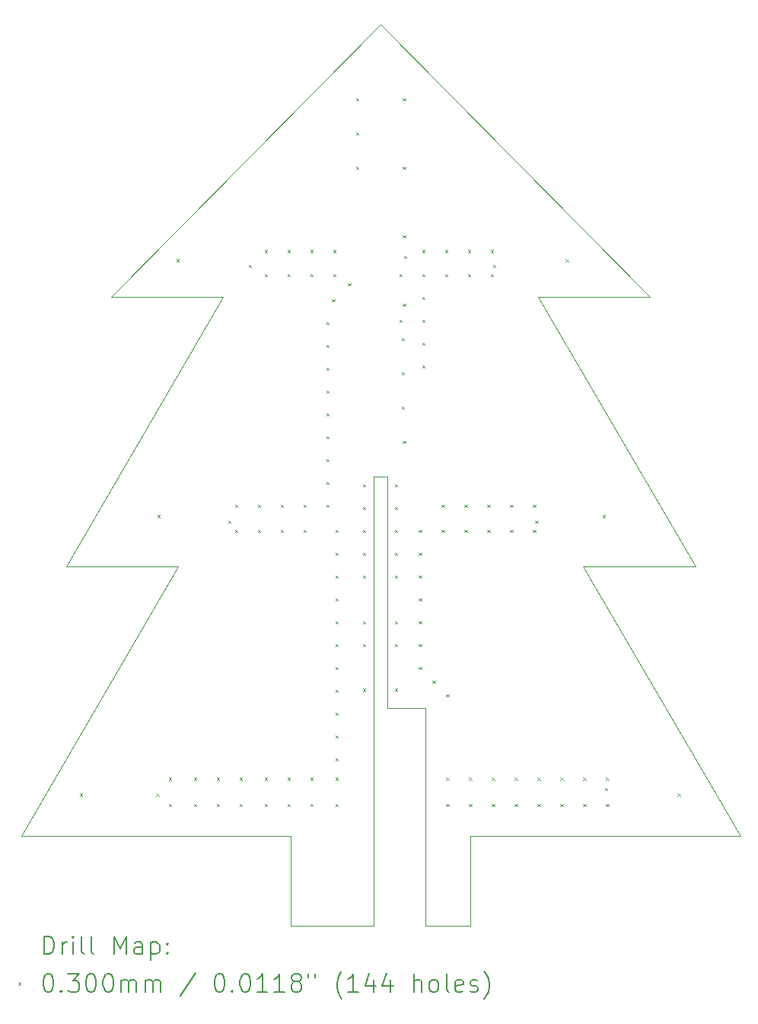
<source format=gbr>
%TF.GenerationSoftware,KiCad,Pcbnew,(6.0.9)*%
%TF.CreationDate,2022-12-09T22:08:28+01:00*%
%TF.ProjectId,PartoDos,50617274-6f44-46f7-932e-6b696361645f,rev?*%
%TF.SameCoordinates,Original*%
%TF.FileFunction,Drillmap*%
%TF.FilePolarity,Positive*%
%FSLAX45Y45*%
G04 Gerber Fmt 4.5, Leading zero omitted, Abs format (unit mm)*
G04 Created by KiCad (PCBNEW (6.0.9)) date 2022-12-09 22:08:28*
%MOMM*%
%LPD*%
G01*
G04 APERTURE LIST*
%ADD10C,0.038100*%
%ADD11C,0.200000*%
%ADD12C,0.030000*%
G04 APERTURE END LIST*
D10*
X13975000Y-15300000D02*
X13975000Y-10300000D01*
X13050000Y-14300000D02*
X10050000Y-14300000D01*
X10050000Y-14300000D02*
X11800000Y-11300000D01*
X13050000Y-15300000D02*
X13050000Y-14300000D01*
X14050000Y-5275000D02*
X17050000Y-8300000D01*
X11050000Y-8300000D02*
X12300000Y-8300000D01*
X11800000Y-11300000D02*
X10550000Y-11300000D01*
X11050000Y-8300000D02*
X14050000Y-5275000D01*
X13975000Y-15300000D02*
X13050000Y-15300000D01*
X14125000Y-12875000D02*
X14550000Y-12875000D01*
X14125000Y-10300000D02*
X14125000Y-12875000D01*
X18050000Y-14300000D02*
X15050000Y-14300000D01*
X14550000Y-15300000D02*
X15050000Y-15300000D01*
X13975000Y-10300000D02*
X14125000Y-10300000D01*
X15800000Y-8300000D02*
X17550000Y-11300000D01*
X15800000Y-8300000D02*
X17050000Y-8300000D01*
X14550000Y-12875000D02*
X14550000Y-15300000D01*
X17550000Y-11300000D02*
X16300000Y-11300000D01*
X10550000Y-11300000D02*
X12300000Y-8300000D01*
X16300000Y-11300000D02*
X18050000Y-14300000D01*
X15050000Y-14300000D02*
X15050000Y-15300000D01*
D11*
D12*
X10703800Y-13828000D02*
X10733800Y-13858000D01*
X10733800Y-13828000D02*
X10703800Y-13858000D01*
X10703800Y-13828000D02*
X10733800Y-13858000D01*
X10733800Y-13828000D02*
X10703800Y-13858000D01*
X11554700Y-13828000D02*
X11584700Y-13858000D01*
X11584700Y-13828000D02*
X11554700Y-13858000D01*
X11567400Y-10729200D02*
X11597400Y-10759200D01*
X11597400Y-10729200D02*
X11567400Y-10759200D01*
X11694400Y-13650200D02*
X11724400Y-13680200D01*
X11724400Y-13650200D02*
X11694400Y-13680200D01*
X11694400Y-13942300D02*
X11724400Y-13972300D01*
X11724400Y-13942300D02*
X11694400Y-13972300D01*
X11776900Y-7884400D02*
X11806900Y-7914400D01*
X11806900Y-7884400D02*
X11776900Y-7914400D01*
X11973800Y-13650200D02*
X12003800Y-13680200D01*
X12003800Y-13650200D02*
X11973800Y-13680200D01*
X11973800Y-13942300D02*
X12003800Y-13972300D01*
X12003800Y-13942300D02*
X11973800Y-13972300D01*
X12227800Y-13650200D02*
X12257800Y-13680200D01*
X12257800Y-13650200D02*
X12227800Y-13680200D01*
X12227800Y-13942300D02*
X12257800Y-13972300D01*
X12257800Y-13942300D02*
X12227800Y-13972300D01*
X12354800Y-10792700D02*
X12384800Y-10822700D01*
X12384800Y-10792700D02*
X12354800Y-10822700D01*
X12431000Y-10614900D02*
X12461000Y-10644900D01*
X12461000Y-10614900D02*
X12431000Y-10644900D01*
X12431000Y-10894300D02*
X12461000Y-10924300D01*
X12461000Y-10894300D02*
X12431000Y-10924300D01*
X12481800Y-13650200D02*
X12511800Y-13680200D01*
X12511800Y-13650200D02*
X12481800Y-13680200D01*
X12481800Y-13942300D02*
X12511800Y-13972300D01*
X12511800Y-13942300D02*
X12481800Y-13972300D01*
X12583400Y-7947900D02*
X12613400Y-7977900D01*
X12613400Y-7947900D02*
X12583400Y-7977900D01*
X12685000Y-10614900D02*
X12715000Y-10644900D01*
X12715000Y-10614900D02*
X12685000Y-10644900D01*
X12685000Y-10894300D02*
X12715000Y-10924300D01*
X12715000Y-10894300D02*
X12685000Y-10924300D01*
X12761200Y-7782800D02*
X12791200Y-7812800D01*
X12791200Y-7782800D02*
X12761200Y-7812800D01*
X12761200Y-8049500D02*
X12791200Y-8079500D01*
X12791200Y-8049500D02*
X12761200Y-8079500D01*
X12761200Y-13650200D02*
X12791200Y-13680200D01*
X12791200Y-13650200D02*
X12761200Y-13680200D01*
X12761200Y-13942300D02*
X12791200Y-13972300D01*
X12791200Y-13942300D02*
X12761200Y-13972300D01*
X12939000Y-10614900D02*
X12969000Y-10644900D01*
X12969000Y-10614900D02*
X12939000Y-10644900D01*
X12939000Y-10894300D02*
X12969000Y-10924300D01*
X12969000Y-10894300D02*
X12939000Y-10924300D01*
X13015200Y-7782800D02*
X13045200Y-7812800D01*
X13045200Y-7782800D02*
X13015200Y-7812800D01*
X13015200Y-8049500D02*
X13045200Y-8079500D01*
X13045200Y-8049500D02*
X13015200Y-8079500D01*
X13015200Y-13650200D02*
X13045200Y-13680200D01*
X13045200Y-13650200D02*
X13015200Y-13680200D01*
X13015200Y-13942300D02*
X13045200Y-13972300D01*
X13045200Y-13942300D02*
X13015200Y-13972300D01*
X13193000Y-10614900D02*
X13223000Y-10644900D01*
X13223000Y-10614900D02*
X13193000Y-10644900D01*
X13193000Y-10894300D02*
X13223000Y-10924300D01*
X13223000Y-10894300D02*
X13193000Y-10924300D01*
X13269200Y-7782800D02*
X13299200Y-7812800D01*
X13299200Y-7782800D02*
X13269200Y-7812800D01*
X13269200Y-8049500D02*
X13299200Y-8079500D01*
X13299200Y-8049500D02*
X13269200Y-8079500D01*
X13269200Y-13650200D02*
X13299200Y-13680200D01*
X13299200Y-13650200D02*
X13269200Y-13680200D01*
X13269200Y-13942300D02*
X13299200Y-13972300D01*
X13299200Y-13942300D02*
X13269200Y-13972300D01*
X13447000Y-8582900D02*
X13477000Y-8612900D01*
X13477000Y-8582900D02*
X13447000Y-8612900D01*
X13447000Y-8836900D02*
X13477000Y-8866900D01*
X13477000Y-8836900D02*
X13447000Y-8866900D01*
X13447000Y-9090900D02*
X13477000Y-9120900D01*
X13477000Y-9090900D02*
X13447000Y-9120900D01*
X13447000Y-9344900D02*
X13477000Y-9374900D01*
X13477000Y-9344900D02*
X13447000Y-9374900D01*
X13447000Y-9598900D02*
X13477000Y-9628900D01*
X13477000Y-9598900D02*
X13447000Y-9628900D01*
X13447000Y-9852900D02*
X13477000Y-9882900D01*
X13477000Y-9852900D02*
X13447000Y-9882900D01*
X13447000Y-10106900D02*
X13477000Y-10136900D01*
X13477000Y-10106900D02*
X13447000Y-10136900D01*
X13447000Y-10360900D02*
X13477000Y-10390900D01*
X13477000Y-10360900D02*
X13447000Y-10390900D01*
X13447000Y-10614900D02*
X13477000Y-10644900D01*
X13477000Y-10614900D02*
X13447000Y-10644900D01*
X13510500Y-8328900D02*
X13540500Y-8358900D01*
X13540500Y-8328900D02*
X13510500Y-8358900D01*
X13523200Y-7782800D02*
X13553200Y-7812800D01*
X13553200Y-7782800D02*
X13523200Y-7812800D01*
X13523200Y-8049500D02*
X13553200Y-8079500D01*
X13553200Y-8049500D02*
X13523200Y-8079500D01*
X13548600Y-10894300D02*
X13578600Y-10924300D01*
X13578600Y-10894300D02*
X13548600Y-10924300D01*
X13548600Y-11148300D02*
X13578600Y-11178300D01*
X13578600Y-11148300D02*
X13548600Y-11178300D01*
X13548600Y-11402300D02*
X13578600Y-11432300D01*
X13578600Y-11402300D02*
X13548600Y-11432300D01*
X13548600Y-11656300D02*
X13578600Y-11686300D01*
X13578600Y-11656300D02*
X13548600Y-11686300D01*
X13548600Y-11910300D02*
X13578600Y-11940300D01*
X13578600Y-11910300D02*
X13548600Y-11940300D01*
X13548600Y-12164300D02*
X13578600Y-12194300D01*
X13578600Y-12164300D02*
X13548600Y-12194300D01*
X13548600Y-12418300D02*
X13578600Y-12448300D01*
X13578600Y-12418300D02*
X13548600Y-12448300D01*
X13548600Y-12672300D02*
X13578600Y-12702300D01*
X13578600Y-12672300D02*
X13548600Y-12702300D01*
X13548600Y-12926300D02*
X13578600Y-12956300D01*
X13578600Y-12926300D02*
X13548600Y-12956300D01*
X13548600Y-13180300D02*
X13578600Y-13210300D01*
X13578600Y-13180300D02*
X13548600Y-13210300D01*
X13548600Y-13434300D02*
X13578600Y-13464300D01*
X13578600Y-13434300D02*
X13548600Y-13464300D01*
X13548600Y-13650200D02*
X13578600Y-13680200D01*
X13578600Y-13650200D02*
X13548600Y-13680200D01*
X13548600Y-13942300D02*
X13578600Y-13972300D01*
X13578600Y-13942300D02*
X13548600Y-13972300D01*
X13688300Y-8151100D02*
X13718300Y-8181100D01*
X13718300Y-8151100D02*
X13688300Y-8181100D01*
X13777200Y-6093700D02*
X13807200Y-6123700D01*
X13807200Y-6093700D02*
X13777200Y-6123700D01*
X13777200Y-6474700D02*
X13807200Y-6504700D01*
X13807200Y-6474700D02*
X13777200Y-6504700D01*
X13777200Y-6855700D02*
X13807200Y-6885700D01*
X13807200Y-6855700D02*
X13777200Y-6885700D01*
X13853400Y-10386300D02*
X13883400Y-10416300D01*
X13883400Y-10386300D02*
X13853400Y-10416300D01*
X13853400Y-10640300D02*
X13883400Y-10670300D01*
X13883400Y-10640300D02*
X13853400Y-10670300D01*
X13853400Y-10894300D02*
X13883400Y-10924300D01*
X13883400Y-10894300D02*
X13853400Y-10924300D01*
X13853400Y-11148300D02*
X13883400Y-11178300D01*
X13883400Y-11148300D02*
X13853400Y-11178300D01*
X13853400Y-11402300D02*
X13883400Y-11432300D01*
X13883400Y-11402300D02*
X13853400Y-11432300D01*
X13853400Y-11910300D02*
X13883400Y-11940300D01*
X13883400Y-11910300D02*
X13853400Y-11940300D01*
X13853400Y-12164300D02*
X13883400Y-12194300D01*
X13883400Y-12164300D02*
X13853400Y-12194300D01*
X13853400Y-12659600D02*
X13883400Y-12689600D01*
X13883400Y-12659600D02*
X13853400Y-12689600D01*
X14209000Y-10386300D02*
X14239000Y-10416300D01*
X14239000Y-10386300D02*
X14209000Y-10416300D01*
X14209000Y-10640300D02*
X14239000Y-10670300D01*
X14239000Y-10640300D02*
X14209000Y-10670300D01*
X14209000Y-10894300D02*
X14239000Y-10924300D01*
X14239000Y-10894300D02*
X14209000Y-10924300D01*
X14209000Y-11148300D02*
X14239000Y-11178300D01*
X14239000Y-11148300D02*
X14209000Y-11178300D01*
X14209000Y-11402300D02*
X14239000Y-11432300D01*
X14239000Y-11402300D02*
X14209000Y-11432300D01*
X14209000Y-11910300D02*
X14239000Y-11940300D01*
X14239000Y-11910300D02*
X14209000Y-11940300D01*
X14209000Y-12164300D02*
X14239000Y-12194300D01*
X14239000Y-12164300D02*
X14209000Y-12194300D01*
X14209000Y-12659600D02*
X14239000Y-12689600D01*
X14239000Y-12659600D02*
X14209000Y-12689600D01*
X14259800Y-8049500D02*
X14289800Y-8079500D01*
X14289800Y-8049500D02*
X14259800Y-8079500D01*
X14259800Y-8557500D02*
X14289800Y-8587500D01*
X14289800Y-8557500D02*
X14259800Y-8587500D01*
X14285200Y-8760700D02*
X14315200Y-8790700D01*
X14315200Y-8760700D02*
X14285200Y-8790700D01*
X14285200Y-9141700D02*
X14315200Y-9171700D01*
X14315200Y-9141700D02*
X14285200Y-9171700D01*
X14285200Y-9522700D02*
X14315200Y-9552700D01*
X14315200Y-9522700D02*
X14285200Y-9552700D01*
X14297900Y-6093700D02*
X14327900Y-6123700D01*
X14327900Y-6093700D02*
X14297900Y-6123700D01*
X14297900Y-6855700D02*
X14327900Y-6885700D01*
X14327900Y-6855700D02*
X14297900Y-6885700D01*
X14297900Y-7617700D02*
X14327900Y-7647700D01*
X14327900Y-7617700D02*
X14297900Y-7647700D01*
X14297900Y-8379700D02*
X14327900Y-8409700D01*
X14327900Y-8379700D02*
X14297900Y-8409700D01*
X14297900Y-9903700D02*
X14327900Y-9933700D01*
X14327900Y-9903700D02*
X14297900Y-9933700D01*
X14310600Y-7846300D02*
X14340600Y-7876300D01*
X14340600Y-7846300D02*
X14310600Y-7876300D01*
X14475700Y-10894300D02*
X14505700Y-10924300D01*
X14505700Y-10894300D02*
X14475700Y-10924300D01*
X14475700Y-11148300D02*
X14505700Y-11178300D01*
X14505700Y-11148300D02*
X14475700Y-11178300D01*
X14475700Y-11402300D02*
X14505700Y-11432300D01*
X14505700Y-11402300D02*
X14475700Y-11432300D01*
X14475700Y-11656300D02*
X14505700Y-11686300D01*
X14505700Y-11656300D02*
X14475700Y-11686300D01*
X14475700Y-11910300D02*
X14505700Y-11940300D01*
X14505700Y-11910300D02*
X14475700Y-11940300D01*
X14475700Y-12164300D02*
X14505700Y-12194300D01*
X14505700Y-12164300D02*
X14475700Y-12194300D01*
X14475700Y-12418300D02*
X14505700Y-12448300D01*
X14505700Y-12418300D02*
X14475700Y-12448300D01*
X14513800Y-7782800D02*
X14543800Y-7812800D01*
X14543800Y-7782800D02*
X14513800Y-7812800D01*
X14513800Y-8049500D02*
X14543800Y-8079500D01*
X14543800Y-8049500D02*
X14513800Y-8079500D01*
X14513800Y-8303500D02*
X14543800Y-8333500D01*
X14543800Y-8303500D02*
X14513800Y-8333500D01*
X14513800Y-8557500D02*
X14543800Y-8587500D01*
X14543800Y-8557500D02*
X14513800Y-8587500D01*
X14513800Y-8811500D02*
X14543800Y-8841500D01*
X14543800Y-8811500D02*
X14513800Y-8841500D01*
X14513800Y-9065500D02*
X14543800Y-9095500D01*
X14543800Y-9065500D02*
X14513800Y-9095500D01*
X14628100Y-12570700D02*
X14658100Y-12600700D01*
X14658100Y-12570700D02*
X14628100Y-12600700D01*
X14729700Y-10614900D02*
X14759700Y-10644900D01*
X14759700Y-10614900D02*
X14729700Y-10644900D01*
X14729700Y-10894300D02*
X14759700Y-10924300D01*
X14759700Y-10894300D02*
X14729700Y-10924300D01*
X14767800Y-7782800D02*
X14797800Y-7812800D01*
X14797800Y-7782800D02*
X14767800Y-7812800D01*
X14767800Y-8049500D02*
X14797800Y-8079500D01*
X14797800Y-8049500D02*
X14767800Y-8079500D01*
X14780500Y-12723100D02*
X14810500Y-12753100D01*
X14810500Y-12723100D02*
X14780500Y-12753100D01*
X14780500Y-13650200D02*
X14810500Y-13680200D01*
X14810500Y-13650200D02*
X14780500Y-13680200D01*
X14780500Y-13942300D02*
X14810500Y-13972300D01*
X14810500Y-13942300D02*
X14780500Y-13972300D01*
X14983700Y-10614900D02*
X15013700Y-10644900D01*
X15013700Y-10614900D02*
X14983700Y-10644900D01*
X14983700Y-10894300D02*
X15013700Y-10924300D01*
X15013700Y-10894300D02*
X14983700Y-10924300D01*
X15021800Y-7782800D02*
X15051800Y-7812800D01*
X15051800Y-7782800D02*
X15021800Y-7812800D01*
X15021800Y-8049500D02*
X15051800Y-8079500D01*
X15051800Y-8049500D02*
X15021800Y-8079500D01*
X15034500Y-13650200D02*
X15064500Y-13680200D01*
X15064500Y-13650200D02*
X15034500Y-13680200D01*
X15034500Y-13942300D02*
X15064500Y-13972300D01*
X15064500Y-13942300D02*
X15034500Y-13972300D01*
X15237700Y-10614900D02*
X15267700Y-10644900D01*
X15267700Y-10614900D02*
X15237700Y-10644900D01*
X15237700Y-10894300D02*
X15267700Y-10924300D01*
X15267700Y-10894300D02*
X15237700Y-10924300D01*
X15275800Y-7782800D02*
X15305800Y-7812800D01*
X15305800Y-7782800D02*
X15275800Y-7812800D01*
X15275800Y-8049500D02*
X15305800Y-8079500D01*
X15305800Y-8049500D02*
X15275800Y-8079500D01*
X15288500Y-13650200D02*
X15318500Y-13680200D01*
X15318500Y-13650200D02*
X15288500Y-13680200D01*
X15288500Y-13942300D02*
X15318500Y-13972300D01*
X15318500Y-13942300D02*
X15288500Y-13972300D01*
X15301200Y-7947900D02*
X15331200Y-7977900D01*
X15331200Y-7947900D02*
X15301200Y-7977900D01*
X15491700Y-10614900D02*
X15521700Y-10644900D01*
X15521700Y-10614900D02*
X15491700Y-10644900D01*
X15491700Y-10894300D02*
X15521700Y-10924300D01*
X15521700Y-10894300D02*
X15491700Y-10924300D01*
X15542500Y-13650200D02*
X15572500Y-13680200D01*
X15572500Y-13650200D02*
X15542500Y-13680200D01*
X15542500Y-13942300D02*
X15572500Y-13972300D01*
X15572500Y-13942300D02*
X15542500Y-13972300D01*
X15745700Y-10614900D02*
X15775700Y-10644900D01*
X15775700Y-10614900D02*
X15745700Y-10644900D01*
X15745700Y-10894300D02*
X15775700Y-10924300D01*
X15775700Y-10894300D02*
X15745700Y-10924300D01*
X15771100Y-10792700D02*
X15801100Y-10822700D01*
X15801100Y-10792700D02*
X15771100Y-10822700D01*
X15796500Y-13650200D02*
X15826500Y-13680200D01*
X15826500Y-13650200D02*
X15796500Y-13680200D01*
X15796500Y-13942300D02*
X15826500Y-13972300D01*
X15826500Y-13942300D02*
X15796500Y-13972300D01*
X16050500Y-13650200D02*
X16080500Y-13680200D01*
X16080500Y-13650200D02*
X16050500Y-13680200D01*
X16050500Y-13942300D02*
X16080500Y-13972300D01*
X16080500Y-13942300D02*
X16050500Y-13972300D01*
X16106150Y-7884400D02*
X16136150Y-7914400D01*
X16136150Y-7884400D02*
X16106150Y-7914400D01*
X16304500Y-13650200D02*
X16334500Y-13680200D01*
X16334500Y-13650200D02*
X16304500Y-13680200D01*
X16304500Y-13942300D02*
X16334500Y-13972300D01*
X16334500Y-13942300D02*
X16304500Y-13972300D01*
X16520400Y-10729200D02*
X16550400Y-10759200D01*
X16550400Y-10729200D02*
X16520400Y-10759200D01*
X16545800Y-13764500D02*
X16575800Y-13794500D01*
X16575800Y-13764500D02*
X16545800Y-13794500D01*
X16558500Y-13650200D02*
X16588500Y-13680200D01*
X16588500Y-13650200D02*
X16558500Y-13680200D01*
X16558500Y-13942300D02*
X16588500Y-13972300D01*
X16588500Y-13942300D02*
X16558500Y-13972300D01*
X17352300Y-13828000D02*
X17382300Y-13858000D01*
X17382300Y-13828000D02*
X17352300Y-13858000D01*
D11*
X10305714Y-15612381D02*
X10305714Y-15412381D01*
X10353333Y-15412381D01*
X10381905Y-15421905D01*
X10400952Y-15440953D01*
X10410476Y-15460000D01*
X10420000Y-15498095D01*
X10420000Y-15526667D01*
X10410476Y-15564762D01*
X10400952Y-15583810D01*
X10381905Y-15602857D01*
X10353333Y-15612381D01*
X10305714Y-15612381D01*
X10505714Y-15612381D02*
X10505714Y-15479048D01*
X10505714Y-15517143D02*
X10515238Y-15498095D01*
X10524762Y-15488572D01*
X10543809Y-15479048D01*
X10562857Y-15479048D01*
X10629524Y-15612381D02*
X10629524Y-15479048D01*
X10629524Y-15412381D02*
X10620000Y-15421905D01*
X10629524Y-15431429D01*
X10639047Y-15421905D01*
X10629524Y-15412381D01*
X10629524Y-15431429D01*
X10753333Y-15612381D02*
X10734285Y-15602857D01*
X10724762Y-15583810D01*
X10724762Y-15412381D01*
X10858095Y-15612381D02*
X10839047Y-15602857D01*
X10829524Y-15583810D01*
X10829524Y-15412381D01*
X11086666Y-15612381D02*
X11086666Y-15412381D01*
X11153333Y-15555238D01*
X11220000Y-15412381D01*
X11220000Y-15612381D01*
X11400952Y-15612381D02*
X11400952Y-15507619D01*
X11391428Y-15488572D01*
X11372381Y-15479048D01*
X11334285Y-15479048D01*
X11315238Y-15488572D01*
X11400952Y-15602857D02*
X11381904Y-15612381D01*
X11334285Y-15612381D01*
X11315238Y-15602857D01*
X11305714Y-15583810D01*
X11305714Y-15564762D01*
X11315238Y-15545714D01*
X11334285Y-15536191D01*
X11381904Y-15536191D01*
X11400952Y-15526667D01*
X11496190Y-15479048D02*
X11496190Y-15679048D01*
X11496190Y-15488572D02*
X11515238Y-15479048D01*
X11553333Y-15479048D01*
X11572381Y-15488572D01*
X11581904Y-15498095D01*
X11591428Y-15517143D01*
X11591428Y-15574286D01*
X11581904Y-15593333D01*
X11572381Y-15602857D01*
X11553333Y-15612381D01*
X11515238Y-15612381D01*
X11496190Y-15602857D01*
X11677143Y-15593333D02*
X11686666Y-15602857D01*
X11677143Y-15612381D01*
X11667619Y-15602857D01*
X11677143Y-15593333D01*
X11677143Y-15612381D01*
X11677143Y-15488572D02*
X11686666Y-15498095D01*
X11677143Y-15507619D01*
X11667619Y-15498095D01*
X11677143Y-15488572D01*
X11677143Y-15507619D01*
D12*
X10018095Y-15926905D02*
X10048095Y-15956905D01*
X10048095Y-15926905D02*
X10018095Y-15956905D01*
D11*
X10343809Y-15832381D02*
X10362857Y-15832381D01*
X10381905Y-15841905D01*
X10391428Y-15851429D01*
X10400952Y-15870476D01*
X10410476Y-15908572D01*
X10410476Y-15956191D01*
X10400952Y-15994286D01*
X10391428Y-16013333D01*
X10381905Y-16022857D01*
X10362857Y-16032381D01*
X10343809Y-16032381D01*
X10324762Y-16022857D01*
X10315238Y-16013333D01*
X10305714Y-15994286D01*
X10296190Y-15956191D01*
X10296190Y-15908572D01*
X10305714Y-15870476D01*
X10315238Y-15851429D01*
X10324762Y-15841905D01*
X10343809Y-15832381D01*
X10496190Y-16013333D02*
X10505714Y-16022857D01*
X10496190Y-16032381D01*
X10486666Y-16022857D01*
X10496190Y-16013333D01*
X10496190Y-16032381D01*
X10572381Y-15832381D02*
X10696190Y-15832381D01*
X10629524Y-15908572D01*
X10658095Y-15908572D01*
X10677143Y-15918095D01*
X10686666Y-15927619D01*
X10696190Y-15946667D01*
X10696190Y-15994286D01*
X10686666Y-16013333D01*
X10677143Y-16022857D01*
X10658095Y-16032381D01*
X10600952Y-16032381D01*
X10581905Y-16022857D01*
X10572381Y-16013333D01*
X10820000Y-15832381D02*
X10839047Y-15832381D01*
X10858095Y-15841905D01*
X10867619Y-15851429D01*
X10877143Y-15870476D01*
X10886666Y-15908572D01*
X10886666Y-15956191D01*
X10877143Y-15994286D01*
X10867619Y-16013333D01*
X10858095Y-16022857D01*
X10839047Y-16032381D01*
X10820000Y-16032381D01*
X10800952Y-16022857D01*
X10791428Y-16013333D01*
X10781905Y-15994286D01*
X10772381Y-15956191D01*
X10772381Y-15908572D01*
X10781905Y-15870476D01*
X10791428Y-15851429D01*
X10800952Y-15841905D01*
X10820000Y-15832381D01*
X11010476Y-15832381D02*
X11029524Y-15832381D01*
X11048571Y-15841905D01*
X11058095Y-15851429D01*
X11067619Y-15870476D01*
X11077143Y-15908572D01*
X11077143Y-15956191D01*
X11067619Y-15994286D01*
X11058095Y-16013333D01*
X11048571Y-16022857D01*
X11029524Y-16032381D01*
X11010476Y-16032381D01*
X10991428Y-16022857D01*
X10981905Y-16013333D01*
X10972381Y-15994286D01*
X10962857Y-15956191D01*
X10962857Y-15908572D01*
X10972381Y-15870476D01*
X10981905Y-15851429D01*
X10991428Y-15841905D01*
X11010476Y-15832381D01*
X11162857Y-16032381D02*
X11162857Y-15899048D01*
X11162857Y-15918095D02*
X11172381Y-15908572D01*
X11191428Y-15899048D01*
X11220000Y-15899048D01*
X11239047Y-15908572D01*
X11248571Y-15927619D01*
X11248571Y-16032381D01*
X11248571Y-15927619D02*
X11258095Y-15908572D01*
X11277143Y-15899048D01*
X11305714Y-15899048D01*
X11324762Y-15908572D01*
X11334285Y-15927619D01*
X11334285Y-16032381D01*
X11429523Y-16032381D02*
X11429523Y-15899048D01*
X11429523Y-15918095D02*
X11439047Y-15908572D01*
X11458095Y-15899048D01*
X11486666Y-15899048D01*
X11505714Y-15908572D01*
X11515238Y-15927619D01*
X11515238Y-16032381D01*
X11515238Y-15927619D02*
X11524762Y-15908572D01*
X11543809Y-15899048D01*
X11572381Y-15899048D01*
X11591428Y-15908572D01*
X11600952Y-15927619D01*
X11600952Y-16032381D01*
X11991428Y-15822857D02*
X11820000Y-16080000D01*
X12248571Y-15832381D02*
X12267619Y-15832381D01*
X12286666Y-15841905D01*
X12296190Y-15851429D01*
X12305714Y-15870476D01*
X12315238Y-15908572D01*
X12315238Y-15956191D01*
X12305714Y-15994286D01*
X12296190Y-16013333D01*
X12286666Y-16022857D01*
X12267619Y-16032381D01*
X12248571Y-16032381D01*
X12229523Y-16022857D01*
X12220000Y-16013333D01*
X12210476Y-15994286D01*
X12200952Y-15956191D01*
X12200952Y-15908572D01*
X12210476Y-15870476D01*
X12220000Y-15851429D01*
X12229523Y-15841905D01*
X12248571Y-15832381D01*
X12400952Y-16013333D02*
X12410476Y-16022857D01*
X12400952Y-16032381D01*
X12391428Y-16022857D01*
X12400952Y-16013333D01*
X12400952Y-16032381D01*
X12534285Y-15832381D02*
X12553333Y-15832381D01*
X12572381Y-15841905D01*
X12581904Y-15851429D01*
X12591428Y-15870476D01*
X12600952Y-15908572D01*
X12600952Y-15956191D01*
X12591428Y-15994286D01*
X12581904Y-16013333D01*
X12572381Y-16022857D01*
X12553333Y-16032381D01*
X12534285Y-16032381D01*
X12515238Y-16022857D01*
X12505714Y-16013333D01*
X12496190Y-15994286D01*
X12486666Y-15956191D01*
X12486666Y-15908572D01*
X12496190Y-15870476D01*
X12505714Y-15851429D01*
X12515238Y-15841905D01*
X12534285Y-15832381D01*
X12791428Y-16032381D02*
X12677143Y-16032381D01*
X12734285Y-16032381D02*
X12734285Y-15832381D01*
X12715238Y-15860953D01*
X12696190Y-15880000D01*
X12677143Y-15889524D01*
X12981904Y-16032381D02*
X12867619Y-16032381D01*
X12924762Y-16032381D02*
X12924762Y-15832381D01*
X12905714Y-15860953D01*
X12886666Y-15880000D01*
X12867619Y-15889524D01*
X13096190Y-15918095D02*
X13077143Y-15908572D01*
X13067619Y-15899048D01*
X13058095Y-15880000D01*
X13058095Y-15870476D01*
X13067619Y-15851429D01*
X13077143Y-15841905D01*
X13096190Y-15832381D01*
X13134285Y-15832381D01*
X13153333Y-15841905D01*
X13162857Y-15851429D01*
X13172381Y-15870476D01*
X13172381Y-15880000D01*
X13162857Y-15899048D01*
X13153333Y-15908572D01*
X13134285Y-15918095D01*
X13096190Y-15918095D01*
X13077143Y-15927619D01*
X13067619Y-15937143D01*
X13058095Y-15956191D01*
X13058095Y-15994286D01*
X13067619Y-16013333D01*
X13077143Y-16022857D01*
X13096190Y-16032381D01*
X13134285Y-16032381D01*
X13153333Y-16022857D01*
X13162857Y-16013333D01*
X13172381Y-15994286D01*
X13172381Y-15956191D01*
X13162857Y-15937143D01*
X13153333Y-15927619D01*
X13134285Y-15918095D01*
X13248571Y-15832381D02*
X13248571Y-15870476D01*
X13324762Y-15832381D02*
X13324762Y-15870476D01*
X13620000Y-16108572D02*
X13610476Y-16099048D01*
X13591428Y-16070476D01*
X13581904Y-16051429D01*
X13572381Y-16022857D01*
X13562857Y-15975238D01*
X13562857Y-15937143D01*
X13572381Y-15889524D01*
X13581904Y-15860953D01*
X13591428Y-15841905D01*
X13610476Y-15813333D01*
X13620000Y-15803810D01*
X13800952Y-16032381D02*
X13686666Y-16032381D01*
X13743809Y-16032381D02*
X13743809Y-15832381D01*
X13724762Y-15860953D01*
X13705714Y-15880000D01*
X13686666Y-15889524D01*
X13972381Y-15899048D02*
X13972381Y-16032381D01*
X13924762Y-15822857D02*
X13877143Y-15965714D01*
X14000952Y-15965714D01*
X14162857Y-15899048D02*
X14162857Y-16032381D01*
X14115238Y-15822857D02*
X14067619Y-15965714D01*
X14191428Y-15965714D01*
X14420000Y-16032381D02*
X14420000Y-15832381D01*
X14505714Y-16032381D02*
X14505714Y-15927619D01*
X14496190Y-15908572D01*
X14477143Y-15899048D01*
X14448571Y-15899048D01*
X14429523Y-15908572D01*
X14420000Y-15918095D01*
X14629523Y-16032381D02*
X14610476Y-16022857D01*
X14600952Y-16013333D01*
X14591428Y-15994286D01*
X14591428Y-15937143D01*
X14600952Y-15918095D01*
X14610476Y-15908572D01*
X14629523Y-15899048D01*
X14658095Y-15899048D01*
X14677143Y-15908572D01*
X14686666Y-15918095D01*
X14696190Y-15937143D01*
X14696190Y-15994286D01*
X14686666Y-16013333D01*
X14677143Y-16022857D01*
X14658095Y-16032381D01*
X14629523Y-16032381D01*
X14810476Y-16032381D02*
X14791428Y-16022857D01*
X14781904Y-16003810D01*
X14781904Y-15832381D01*
X14962857Y-16022857D02*
X14943809Y-16032381D01*
X14905714Y-16032381D01*
X14886666Y-16022857D01*
X14877143Y-16003810D01*
X14877143Y-15927619D01*
X14886666Y-15908572D01*
X14905714Y-15899048D01*
X14943809Y-15899048D01*
X14962857Y-15908572D01*
X14972381Y-15927619D01*
X14972381Y-15946667D01*
X14877143Y-15965714D01*
X15048571Y-16022857D02*
X15067619Y-16032381D01*
X15105714Y-16032381D01*
X15124762Y-16022857D01*
X15134285Y-16003810D01*
X15134285Y-15994286D01*
X15124762Y-15975238D01*
X15105714Y-15965714D01*
X15077143Y-15965714D01*
X15058095Y-15956191D01*
X15048571Y-15937143D01*
X15048571Y-15927619D01*
X15058095Y-15908572D01*
X15077143Y-15899048D01*
X15105714Y-15899048D01*
X15124762Y-15908572D01*
X15200952Y-16108572D02*
X15210476Y-16099048D01*
X15229523Y-16070476D01*
X15239047Y-16051429D01*
X15248571Y-16022857D01*
X15258095Y-15975238D01*
X15258095Y-15937143D01*
X15248571Y-15889524D01*
X15239047Y-15860953D01*
X15229523Y-15841905D01*
X15210476Y-15813333D01*
X15200952Y-15803810D01*
M02*

</source>
